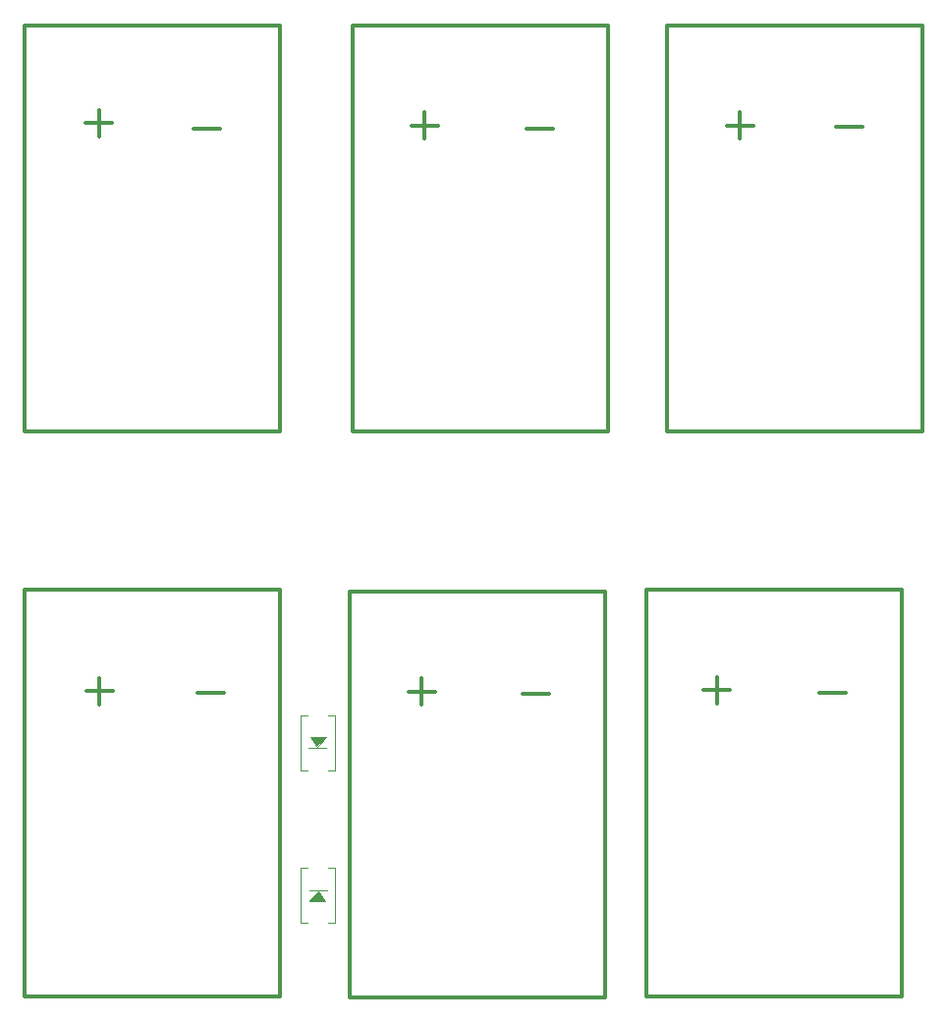
<source format=gto>
G04 #@! TF.GenerationSoftware,KiCad,Pcbnew,7.0.1-0*
G04 #@! TF.CreationDate,2023-03-19T01:48:45-04:00*
G04 #@! TF.ProjectId,solar-cell-pcbs-usbUPDATING,736f6c61-722d-4636-956c-6c2d70636273,3*
G04 #@! TF.SameCoordinates,Original*
G04 #@! TF.FileFunction,Legend,Top*
G04 #@! TF.FilePolarity,Positive*
%FSLAX46Y46*%
G04 Gerber Fmt 4.6, Leading zero omitted, Abs format (unit mm)*
G04 Created by KiCad (PCBNEW 7.0.1-0) date 2023-03-19 01:48:45*
%MOMM*%
%LPD*%
G01*
G04 APERTURE LIST*
%ADD10C,0.300000*%
%ADD11C,0.120000*%
%ADD12C,0.100000*%
%ADD13C,5.600000*%
%ADD14C,3.000000*%
%ADD15R,1.700000X2.500000*%
G04 APERTURE END LIST*
D10*
X133731142Y-59681000D02*
X136016857Y-59681000D01*
X134873999Y-60823857D02*
X134873999Y-58538142D01*
X131757142Y-108345000D02*
X134042857Y-108345000D01*
X132899999Y-109487857D02*
X132899999Y-107202142D01*
X106553142Y-59681000D02*
X108838857Y-59681000D01*
X107695999Y-60823857D02*
X107695999Y-58538142D01*
X143129142Y-59799000D02*
X145414857Y-59799000D01*
X78517142Y-108435000D02*
X80802857Y-108435000D01*
X79659999Y-109577857D02*
X79659999Y-107292142D01*
X116459142Y-59935000D02*
X118744857Y-59935000D01*
X106299142Y-108449000D02*
X108584857Y-108449000D01*
X107441999Y-109591857D02*
X107441999Y-107306142D01*
X116125142Y-108673000D02*
X118410857Y-108673000D01*
X141737142Y-108555000D02*
X144022857Y-108555000D01*
X88137142Y-108555000D02*
X90422857Y-108555000D01*
X79645000Y-60622857D02*
X79645000Y-58337143D01*
X80787857Y-59480000D02*
X78502142Y-59480000D01*
X90042857Y-59935000D02*
X87757143Y-59935000D01*
X123268000Y-99848000D02*
X123268000Y-134848000D01*
X123268000Y-134848000D02*
X101268000Y-134848000D01*
X101268000Y-134848000D02*
X101268000Y-99848000D01*
X101268000Y-99848000D02*
X123268000Y-99848000D01*
X126800000Y-99700000D02*
X148800000Y-99700000D01*
X148800000Y-134700000D02*
X126800000Y-134700000D01*
X148800000Y-99700000D02*
X148800000Y-134700000D01*
X126800000Y-134700000D02*
X126800000Y-99700000D01*
D11*
X97050000Y-115275000D02*
X97050000Y-110525000D01*
X99950000Y-115275000D02*
X99950000Y-110525000D01*
X99950000Y-115275000D02*
X97050000Y-115275000D01*
X99950000Y-110525000D02*
X97050000Y-110525000D01*
X97687200Y-113331800D02*
X99236600Y-113331800D01*
D12*
X98474600Y-113204800D02*
X97865000Y-112392000D01*
X99211200Y-112392000D01*
X98474600Y-113204800D01*
G36*
X98474600Y-113204800D02*
G01*
X97865000Y-112392000D01*
X99211200Y-112392000D01*
X98474600Y-113204800D01*
G37*
D10*
X73200000Y-134700000D02*
X73200000Y-99700000D01*
X73200000Y-99700000D02*
X95200000Y-99700000D01*
X95200000Y-134700000D02*
X73200000Y-134700000D01*
X95200000Y-99700000D02*
X95200000Y-134700000D01*
X150600000Y-86080000D02*
X128600000Y-86080000D01*
X150600000Y-51080000D02*
X150600000Y-86080000D01*
X128600000Y-51080000D02*
X150600000Y-51080000D01*
X128600000Y-86080000D02*
X128600000Y-51080000D01*
D11*
X99312800Y-125568200D02*
X97763400Y-125568200D01*
X97050000Y-123625000D02*
X97050000Y-128375000D01*
X99950000Y-123625000D02*
X99950000Y-128375000D01*
X97050000Y-123625000D02*
X99950000Y-123625000D01*
X97050000Y-128375000D02*
X99950000Y-128375000D01*
D12*
X99135000Y-126508000D02*
X97788800Y-126508000D01*
X98525400Y-125695200D01*
X99135000Y-126508000D01*
G36*
X99135000Y-126508000D02*
G01*
X97788800Y-126508000D01*
X98525400Y-125695200D01*
X99135000Y-126508000D01*
G37*
D10*
X95200000Y-51080000D02*
X95200000Y-86080000D01*
X73200000Y-86080000D02*
X73200000Y-51080000D01*
X95200000Y-86080000D02*
X73200000Y-86080000D01*
X73200000Y-51080000D02*
X95200000Y-51080000D01*
X101500000Y-86080000D02*
X101500000Y-51080000D01*
X101500000Y-51080000D02*
X123500000Y-51080000D01*
X123500000Y-51080000D02*
X123500000Y-86080000D01*
X123500000Y-86080000D02*
X101500000Y-86080000D01*
%LPC*%
D13*
X84600000Y-42750000D03*
D14*
X107768000Y-104348000D03*
X116768000Y-104348000D03*
X133300000Y-104200000D03*
X142300000Y-104200000D03*
D15*
X98500000Y-114900000D03*
X98500000Y-110900000D03*
D13*
X139600000Y-138250000D03*
D14*
X79700000Y-104200000D03*
X88700000Y-104200000D03*
X135100000Y-55580000D03*
X144100000Y-55580000D03*
D15*
X98500000Y-124000000D03*
X98500000Y-128000000D03*
D13*
X84600000Y-138250000D03*
D14*
X79700000Y-55580000D03*
X88700000Y-55580000D03*
D13*
X139600000Y-42750000D03*
D14*
X108000000Y-55580000D03*
X117000000Y-55580000D03*
M02*

</source>
